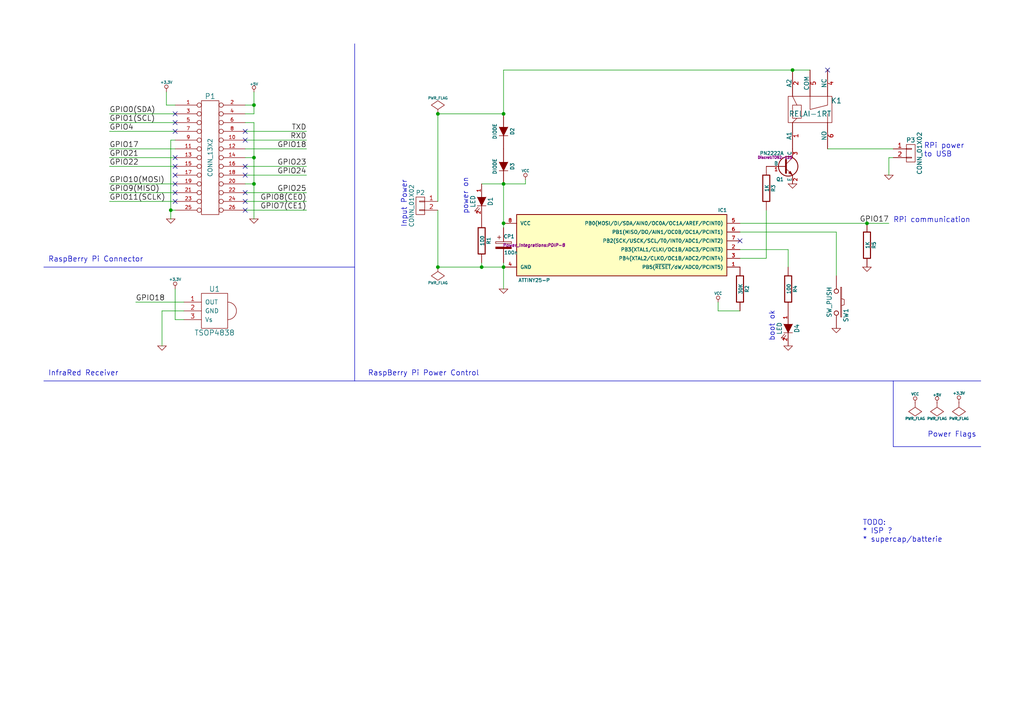
<source format=kicad_sch>
(kicad_sch (version 20230121) (generator eeschema)
  (paper "A4")
  (title_block (date "15 nov 2012"))
  (lib_symbols
    (symbol "RPiPS-rescue:+3.3V" (power) (pin_names (offset 0))
      (property "Value" "+3.3V" (at 0 2.794 0))
      (symbol "+3.3V_0_0"
        (pin power_in line (at 0 0 90) (length 0) hide (name "+3.3V") (number "1"))
      )
      (symbol "+3.3V_0_1"
        (polyline (pts (xy 0 0) (xy 0 1.016) (xy 0 1.016)))
        (circle (center 0 1.524) (radius 0.508))
      )
    )
    (symbol "RPiPS-rescue:+5V" (power) (pin_names (offset 1.016))
      (property "Value" "+5V" (at 0 2.286 0))
      (symbol "+5V_0_0"
        (pin power_in line (at 0 0 90) (length 0) hide (name "+5V") (number "1"))
      )
      (symbol "+5V_0_1"
        (polyline (pts (xy 0 0) (xy 0 0.762) (xy 0 0.762) (xy 0 0.762)))
        (circle (center 0 1.27) (radius 0.508))
      )
    )
    (symbol "RPiPS-rescue:ATTINY25-P" (pin_names (offset 1.016))
      (property "Reference" "IC" (at -29.21 10.16 0))
      (property "Value" "ATTINY25-P" (at 25.4 -10.16 0))
      (property "Footprint" "DIP8" (at 25.4 0 0))
      (symbol "ATTINY25-P_0_1"
        (rectangle (start -30.48 8.89) (end 30.48 -8.89) (stroke (width 0.254)) (fill (type background)))
      )
      (symbol "ATTINY25-P_1_1"
        (pin bidirectional line (at -34.29 -6.35 0) (length 3.81) (name "PB5(~{RESET}/dW/ADC0/PCINT5)") (number "1"))
        (pin bidirectional line (at -34.29 -1.27 0) (length 3.81) (name "PB3(XTAL1/CLKI/OC1B/ADC3/PCINT3)") (number "2"))
        (pin bidirectional line (at -34.29 -3.81 0) (length 3.81) (name "PB4(XTAL2/CLKO/OC1B/ADC2/PCINT4)") (number "3"))
        (pin power_in line (at 34.29 -6.35 180) (length 3.81) (name "GND") (number "4"))
        (pin bidirectional line (at -34.29 6.35 0) (length 3.81) (name "PB0(MOSI/DI/SDA/AIN0/OC0A/OC1A/AREF/PCINT0)") (number "5"))
        (pin bidirectional line (at -34.29 3.81 0) (length 3.81) (name "PB1(MISO/DO/AIN1/OC0B/OC1A/PCINT1)") (number "6"))
        (pin bidirectional line (at -34.29 1.27 0) (length 3.81) (name "PB2(SCK/USCK/SCL/T0/INT0/ADC1/PCINT2)") (number "7"))
        (pin power_in line (at 34.29 6.35 180) (length 3.81) (name "VCC") (number "8"))
      )
    )
    (symbol "RPiPS-rescue:CONN_01X02" (pin_names (offset 1.016) hide)
      (property "Reference" "P" (at 0 3.81 0))
      (property "Value" "CONN_01X02" (at 2.54 0 90))
      (symbol "CONN_01X02_0_1"
        (rectangle (start -1.27 -1.143) (end 0.254 -1.397))
        (rectangle (start -1.27 1.397) (end 0.254 1.143))
        (rectangle (start -1.27 2.54) (end 1.27 -2.54))
      )
      (symbol "CONN_01X02_1_1"
        (pin passive line (at -5.08 1.27 0) (length 3.81) (name "P1") (number "1"))
        (pin passive line (at -5.08 -1.27 0) (length 3.81) (name "P2") (number "2"))
      )
    )
    (symbol "RPiPS-rescue:CONN_13X2" (pin_names (offset 0.254) hide)
      (property "Reference" "P" (at 0 17.78 0))
      (property "Value" "CONN_13X2" (at 0 0 90))
      (symbol "CONN_13X2_0_1"
        (rectangle (start -2.54 16.51) (end 2.54 -16.51))
      )
      (symbol "CONN_13X2_1_1"
        (pin passive inverted (at -10.16 15.24 0) (length 7.62) (name "P1") (number "1"))
        (pin passive inverted (at 10.16 5.08 180) (length 7.62) (name "P10") (number "10"))
        (pin passive inverted (at -10.16 2.54 0) (length 7.62) (name "P11") (number "11"))
        (pin passive inverted (at 10.16 2.54 180) (length 7.62) (name "P12") (number "12"))
        (pin passive inverted (at -10.16 0 0) (length 7.62) (name "P13") (number "13"))
        (pin passive inverted (at 10.16 0 180) (length 7.62) (name "P14") (number "14"))
        (pin passive inverted (at -10.16 -2.54 0) (length 7.62) (name "P15") (number "15"))
        (pin passive inverted (at 10.16 -2.54 180) (length 7.62) (name "P16") (number "16"))
        (pin passive inverted (at -10.16 -5.08 0) (length 7.62) (name "P17") (number "17"))
        (pin passive inverted (at 10.16 -5.08 180) (length 7.62) (name "P18") (number "18"))
        (pin passive inverted (at -10.16 -7.62 0) (length 7.62) (name "P19") (number "19"))
        (pin passive inverted (at 10.16 15.24 180) (length 7.62) (name "P2") (number "2"))
        (pin passive inverted (at 10.16 -7.62 180) (length 7.62) (name "P20") (number "20"))
        (pin passive inverted (at -10.16 -10.16 0) (length 7.62) (name "P21") (number "21"))
        (pin passive inverted (at 10.16 -10.16 180) (length 7.62) (name "P22") (number "22"))
        (pin passive inverted (at -10.16 -12.7 0) (length 7.62) (name "P23") (number "23"))
        (pin passive inverted (at 10.16 -12.7 180) (length 7.62) (name "P20") (number "24"))
        (pin passive inverted (at -10.16 -15.24 0) (length 7.62) (name "P24") (number "25"))
        (pin passive inverted (at 10.16 -15.24 180) (length 7.62) (name "P22") (number "26"))
        (pin passive inverted (at -10.16 12.7 0) (length 7.62) (name "P3") (number "3"))
        (pin passive inverted (at 10.16 12.7 180) (length 7.62) (name "P4") (number "4"))
        (pin passive inverted (at -10.16 10.16 0) (length 7.62) (name "P5") (number "5"))
        (pin passive inverted (at 10.16 10.16 180) (length 7.62) (name "P6") (number "6"))
        (pin passive inverted (at -10.16 7.62 0) (length 7.62) (name "P7") (number "7"))
        (pin passive inverted (at 10.16 7.62 180) (length 7.62) (name "P8") (number "8"))
        (pin passive inverted (at -10.16 5.08 0) (length 7.62) (name "P9") (number "9"))
      )
    )
    (symbol "RPiPS-rescue:CP2" (pin_numbers hide) (pin_names (offset 0.254))
      (property "Reference" "C" (at 0 2.54 0))
      (property "Value" "CP2" (at 0.1524 -2.159 0))
      (symbol "CP2_0_1"
        (rectangle (start -2.286 0.508) (end -2.286 1.016))
        (rectangle (start -2.286 0.508) (end 2.286 0.508))
        (rectangle (start -1.778 2.286) (end -0.762 2.286))
        (rectangle (start -1.27 1.778) (end -1.27 2.794))
        (rectangle (start 2.286 -0.508) (end -2.286 -1.016) (fill (type outline)))
        (rectangle (start 2.286 1.016) (end -2.286 1.016))
        (rectangle (start 2.286 1.016) (end 2.286 0.508))
      )
      (symbol "CP2_1_1"
        (pin passive line (at 0 5.08 270) (length 4.064) (name "~") (number "1"))
        (pin passive line (at 0 -5.08 90) (length 4.064) (name "~") (number "2"))
      )
    )
    (symbol "RPiPS-rescue:DIODE" (pin_numbers hide) (pin_names (offset 1.016) hide)
      (property "Reference" "D" (at 0 2.54 0))
      (property "Value" "DIODE" (at 0 -2.54 0))
      (symbol "DIODE_0_1"
        (polyline (pts (xy 1.27 1.27) (xy 1.27 -1.27)) (stroke (width 0.1524)))
        (polyline (pts (xy -1.27 1.27) (xy 1.27 0) (xy -1.27 -1.27)) (fill (type outline)))
      )
      (symbol "DIODE_1_1"
        (pin passive line (at -5.08 0 0) (length 3.81) (name "A") (number "1"))
        (pin passive line (at 5.08 0 180) (length 3.81) (name "K") (number "2"))
      )
    )
    (symbol "RPiPS-rescue:GND" (power) (pin_names (offset 0))
      (symbol "GND_0_1"
        (polyline (pts (xy -1.27 0) (xy 0 -1.27) (xy 1.27 0) (xy -1.27 0)))
      )
      (symbol "GND_1_1"
        (pin power_in line (at 0 0 90) (length 0) hide (name "GND") (number "1"))
      )
    )
    (symbol "RPiPS-rescue:LED" (pin_names (offset 1.016) hide)
      (property "Reference" "D" (at 0 2.54 0))
      (property "Value" "LED" (at 0 -2.54 0))
      (symbol "LED_0_1"
        (polyline (pts (xy 1.27 1.27) (xy 1.27 -1.27)))
        (polyline (pts (xy -1.27 1.27) (xy 1.27 0) (xy -1.27 -1.27)) (fill (type outline)))
        (polyline (pts (xy 1.651 -1.016) (xy 2.794 -2.032) (xy 2.667 -1.397)))
        (polyline (pts (xy 2.032 -0.635) (xy 3.175 -1.651) (xy 3.048 -1.016)))
      )
      (symbol "LED_1_1"
        (pin passive line (at -5.08 0 0) (length 3.81) (name "A") (number "1"))
        (pin passive line (at 5.08 0 180) (length 3.81) (name "K") (number "2"))
      )
    )
    (symbol "RPiPS-rescue:PN2222A" (pin_names (offset 0))
      (property "Reference" "Q" (at 0 -3.7592 0))
      (property "Value" "PN2222A" (at 0 3.81 0))
      (property "Footprint" "TO92" (at -2.54 2.5908 0))
      (symbol "PN2222A_0_1"
        (polyline (pts (xy 2.54 -2.54) (xy 0.635 -0.635)))
        (polyline (pts (xy 2.54 2.54) (xy 0.635 0.635)))
        (polyline (pts (xy 0.635 1.905) (xy 0.635 -1.905) (xy 0.635 -1.905)) (stroke (width 0.508)))
        (polyline (pts (xy 2.413 -2.413) (xy 1.905 -1.905) (xy 1.905 -1.905)))
        (polyline (pts (xy 1.397 -1.905) (xy 1.905 -1.397) (xy 2.413 -2.413) (xy 1.397 -1.905) (xy 1.397 -1.905)) (fill (type outline)))
        (circle (center 1.27 0) (radius 2.8194) (stroke (width 0.254)))
      )
      (symbol "PN2222A_1_1"
        (pin input line (at -5.08 0 0) (length 5.715) (name "B") (number "1"))
        (pin passive line (at 2.54 -5.08 90) (length 2.54) (name "E") (number "2"))
        (pin passive line (at 2.54 5.08 270) (length 2.54) (name "C") (number "3"))
      )
    )
    (symbol "RPiPS-rescue:PWR_FLAG" (power) (pin_numbers hide) (pin_names (offset 0) hide)
      (property "Value" "PWR_FLAG" (at 0 4.572 0))
      (symbol "PWR_FLAG_0_0"
        (pin power_out line (at 0 0 90) (length 0) (name "pwr") (number "1"))
      )
      (symbol "PWR_FLAG_0_1"
        (polyline (pts (xy 0 0) (xy 0 1.27) (xy -1.905 2.54) (xy 0 3.81) (xy 1.905 2.54) (xy 0 1.27)))
      )
    )
    (symbol "RPiPS-rescue:R" (pin_numbers hide) (pin_names (offset 0))
      (property "Reference" "R" (at 2.032 0 90))
      (property "Value" "R" (at 0.1778 0.0254 90))
      (symbol "R_0_1"
        (rectangle (start -1.016 3.81) (end 1.016 -3.81) (stroke (width 0.3048)))
      )
      (symbol "R_1_1"
        (pin passive line (at 0 6.35 270) (length 2.54) (name "~") (number "1"))
        (pin passive line (at 0 -6.35 90) (length 2.54) (name "~") (number "2"))
      )
    )
    (symbol "RPiPS-rescue:SW_PUSH" (pin_numbers hide) (pin_names (offset 1.016) hide)
      (property "Reference" "SW" (at 3.81 2.794 0))
      (property "Value" "SW_PUSH" (at 0 -2.032 0))
      (symbol "SW_PUSH_0_1"
        (rectangle (start -4.318 1.27) (end 4.318 1.524))
        (polyline (pts (xy -1.016 1.524) (xy -0.762 2.286) (xy 0.762 2.286) (xy 1.016 1.524)))
        (pin passive inverted (at -7.62 0 0) (length 5.08) (name "1") (number "1"))
        (pin passive inverted (at 7.62 0 180) (length 5.08) (name "2") (number "2"))
      )
    )
    (symbol "RPiPS-rescue:VCC" (power) (pin_names (offset 0))
      (property "Value" "VCC" (at 0 2.54 0))
      (symbol "VCC_0_0"
        (pin power_in line (at 0 0 90) (length 0) hide (name "VCC") (number "1"))
      )
      (symbol "VCC_0_1"
        (polyline (pts (xy 0 0) (xy 0 0.762) (xy 0 0.762)))
        (circle (center 0 1.27) (radius 0.508))
      )
    )
    (symbol "relai-1rt:RELAI-1RT" (pin_names (offset 0))
      (property "Reference" "K" (at 7.62 -2.54 0))
      (property "Value" "RELAI-1RT" (at 0 1.27 0))
      (symbol "RELAI-1RT_0_1"
        (rectangle (start -6.35 3.81) (end 6.35 -3.81))
        (rectangle (start -5.08 -1.27) (end -2.54 2.54))
        (polyline (pts (xy -5.08 3.81) (xy -3.81 2.54)))
        (polyline (pts (xy -3.81 -1.27) (xy -5.08 -3.81)))
        (polyline (pts (xy 5.08 3.81) (xy 5.08 1.27)))
        (polyline (pts (xy 0 -3.81) (xy 0 0) (xy 5.08 -1.27) (xy 5.08 -3.81)))
      )
      (symbol "RELAI-1RT_1_1"
        (pin passive line (at -5.08 11.43 270) (length 7.62) (name "A1") (number "1"))
        (pin passive line (at -5.08 -11.43 90) (length 7.62) (name "A2") (number "2"))
        (pin passive line (at 5.08 -11.43 90) (length 7.62) (name "NC") (number "4"))
        (pin passive line (at 0 -11.43 90) (length 7.62) (name "COM") (number "5"))
        (pin passive line (at 5.08 11.43 270) (length 7.62) (name "NO") (number "6"))
      )
    )
    (symbol "tsop4838:TSOP4838" (pin_names (offset 1.016))
      (property "Reference" "U" (at 3.81 6.35 0))
      (property "Value" "TSOP4838" (at 3.81 -6.35 0))
      (symbol "TSOP4838_0_1"
        (rectangle (start 0 5.08) (end 7.62 -5.08))
        (arc (start 7.62 -2.54) (mid 10.149 0) (end 7.62 2.54))
      )
      (symbol "TSOP4838_1_1"
        (pin output line (at -5.08 2.54 0) (length 5.08) (name "OUT") (number "1"))
        (pin power_in line (at -5.08 0 0) (length 5.08) (name "GND") (number "2"))
        (pin power_in line (at -5.08 -2.54 0) (length 5.08) (name "Vs") (number "3"))
      )
    )
  )
  (junction (at 73.66 30.48))
  (junction (at 49.53 60.96))
  (junction (at 251.46 64.77))
  (junction (at 146.05 77.47))
  (junction (at 146.05 53.34))
  (junction (at 146.05 33.02))
  (junction (at 127 33.02))
  (junction (at 229.87 20.32))
  (junction (at 146.05 64.77))
  (junction (at 73.66 53.34))
  (junction (at 127 77.47))
  (junction (at 73.66 45.72))
  (junction (at 139.7 77.47))
  (no_connect (at 50.8 55.88))
  (no_connect (at 71.12 60.96))
  (no_connect (at 50.8 58.42))
  (no_connect (at 50.8 50.8))
  (no_connect (at 71.12 40.64))
  (no_connect (at 50.8 33.02))
  (no_connect (at 71.12 48.26))
  (no_connect (at 71.12 55.88))
  (no_connect (at 71.12 58.42))
  (no_connect (at 50.8 45.72))
  (no_connect (at 50.8 35.56))
  (no_connect (at 50.8 53.34))
  (no_connect (at 50.8 38.1))
  (no_connect (at 214.63 69.85))
  (no_connect (at 50.8 48.26))
  (no_connect (at 71.12 50.8))
  (no_connect (at 71.12 38.1))
  (no_connect (at 240.03 20.32))
  (wire (pts (xy 222.25 74.93) (xy 222.25 60.96)))
  (wire (pts (xy 46.99 90.17) (xy 46.99 100.33)))
  (wire (pts (xy 48.26 30.48) (xy 50.8 30.48)))
  (wire (pts (xy 242.57 80.01) (xy 242.57 67.31)))
  (wire (pts (xy 251.46 64.77) (xy 257.81 64.77)))
  (wire (pts (xy 127 77.47) (xy 139.7 77.47)))
  (wire (pts (xy 214.63 64.77) (xy 251.46 64.77)))
  (wire (pts (xy 50.8 92.71) (xy 50.8 83.82)))
  (wire (pts (xy 73.66 33.02) (xy 71.12 33.02)))
  (wire (pts (xy 73.66 35.56) (xy 71.12 35.56)))
  (wire (pts (xy 73.66 26.67) (xy 73.66 30.48)))
  (wire (pts (xy 257.81 45.72) (xy 257.81 50.8)))
  (polyline (pts (xy 259.08 129.54) (xy 259.08 110.49)))
  (wire (pts (xy 127 60.96) (xy 127 77.47)))
  (wire (pts (xy 50.8 40.64) (xy 49.53 40.64)))
  (wire (pts (xy 228.6 77.47) (xy 228.6 72.39)))
  (wire (pts (xy 73.66 45.72) (xy 73.66 35.56)))
  (wire (pts (xy 71.12 60.96) (xy 88.9 60.96)))
  (wire (pts (xy 50.8 58.42) (xy 31.75 58.42)))
  (wire (pts (xy 242.57 67.31) (xy 214.63 67.31)))
  (wire (pts (xy 53.34 92.71) (xy 50.8 92.71)))
  (wire (pts (xy 71.12 55.88) (xy 88.9 55.88)))
  (wire (pts (xy 146.05 76.2) (xy 146.05 77.47)))
  (wire (pts (xy 50.8 48.26) (xy 31.75 48.26)))
  (polyline (pts (xy 102.87 77.47) (xy 12.7 77.47)))
  (wire (pts (xy 71.12 50.8) (xy 88.9 50.8)))
  (wire (pts (xy 127 33.02) (xy 127 58.42)))
  (wire (pts (xy 50.8 53.34) (xy 31.75 53.34)))
  (wire (pts (xy 139.7 77.47) (xy 146.05 77.47)))
  (wire (pts (xy 214.63 90.17) (xy 208.28 90.17)))
  (wire (pts (xy 71.12 40.64) (xy 88.9 40.64)))
  (wire (pts (xy 152.4 53.34) (xy 152.4 52.07)))
  (wire (pts (xy 71.12 38.1) (xy 88.9 38.1)))
  (wire (pts (xy 73.66 53.34) (xy 73.66 45.72)))
  (wire (pts (xy 71.12 48.26) (xy 88.9 48.26)))
  (wire (pts (xy 53.34 87.63) (xy 39.37 87.63)))
  (wire (pts (xy 73.66 63.5) (xy 73.66 53.34)))
  (polyline (pts (xy 102.87 12.7) (xy 102.87 110.49)))
  (wire (pts (xy 73.66 30.48) (xy 71.12 30.48)))
  (wire (pts (xy 50.8 55.88) (xy 31.75 55.88)))
  (wire (pts (xy 50.8 35.56) (xy 31.75 35.56)))
  (wire (pts (xy 139.7 76.2) (xy 139.7 77.47)))
  (wire (pts (xy 240.03 43.18) (xy 259.08 43.18)))
  (wire (pts (xy 71.12 43.18) (xy 88.9 43.18)))
  (wire (pts (xy 48.26 26.67) (xy 48.26 30.48)))
  (wire (pts (xy 50.8 38.1) (xy 31.75 38.1)))
  (wire (pts (xy 146.05 33.02) (xy 127 33.02)))
  (polyline (pts (xy 12.7 110.49) (xy 284.48 110.49)))
  (wire (pts (xy 146.05 64.77) (xy 146.05 66.04)))
  (wire (pts (xy 49.53 60.96) (xy 49.53 63.5)))
  (polyline (pts (xy 284.48 129.54) (xy 259.08 129.54)))
  (wire (pts (xy 50.8 60.96) (xy 49.53 60.96)))
  (wire (pts (xy 214.63 74.93) (xy 222.25 74.93)))
  (wire (pts (xy 146.05 77.47) (xy 146.05 83.82)))
  (wire (pts (xy 146.05 20.32) (xy 229.87 20.32)))
  (wire (pts (xy 53.34 90.17) (xy 46.99 90.17)))
  (wire (pts (xy 146.05 20.32) (xy 146.05 33.02)))
  (wire (pts (xy 50.8 33.02) (xy 31.75 33.02)))
  (wire (pts (xy 146.05 53.34) (xy 146.05 64.77)))
  (wire (pts (xy 49.53 40.64) (xy 49.53 60.96)))
  (wire (pts (xy 50.8 45.72) (xy 31.75 45.72)))
  (wire (pts (xy 208.28 90.17) (xy 208.28 87.63)))
  (wire (pts (xy 139.7 53.34) (xy 146.05 53.34)))
  (wire (pts (xy 73.66 30.48) (xy 73.66 33.02)))
  (wire (pts (xy 229.87 20.32) (xy 234.95 20.32)))
  (wire (pts (xy 146.05 53.34) (xy 152.4 53.34)))
  (wire (pts (xy 71.12 58.42) (xy 88.9 58.42)))
  (wire (pts (xy 71.12 45.72) (xy 73.66 45.72)))
  (wire (pts (xy 50.8 43.18) (xy 31.75 43.18)))
  (wire (pts (xy 71.12 53.34) (xy 73.66 53.34)))
  (wire (pts (xy 259.08 45.72) (xy 257.81 45.72)))
  (wire (pts (xy 228.6 72.39) (xy 214.63 72.39)))
  (text "RaspBerry Pi Power Control" (at 106.68 109.22 0) (effects (font (size 1.524 1.524)) (justify left bottom)))
  (text "Power Flags" (at 283.21 127 0) (effects (font (size 1.524 1.524)) (justify right bottom)))
  (text "RaspBerry Pi Connector" (at 13.97 76.2 0) (effects (font (size 1.524 1.524)) (justify left bottom)))
  (text "power on" (at 135.89 62.23 90) (effects (font (size 1.524 1.524)) (justify left bottom)))
  (text "TODO:\n* ISP ?\n* supercap/batterie" (at 250.19 157.48 0) (effects (font (size 1.524 1.524)) (justify left bottom)))
  (text "Input Power" (at 118.11 66.04 90) (effects (font (size 1.524 1.524)) (justify left bottom)))
  (text "RPi communication" (at 259.08 64.77 0) (effects (font (size 1.524 1.524)) (justify left bottom)))
  (text "boot ok" (at 224.79 99.06 90) (effects (font (size 1.524 1.524)) (justify left bottom)))
  (text "InfraRed Receiver" (at 13.97 109.22 0) (effects (font (size 1.524 1.524)) (justify left bottom)))
  (text "RPi power\nto USB" (at 267.97 45.72 0) (effects (font (size 1.524 1.524)) (justify left bottom)))
  (label "GPIO25" (at 88.9 55.88 180) (effects (font (size 1.524 1.524))))
  (label "GPIO8(CE0)" (at 88.9 58.42 180) (effects (font (size 1.524 1.524))))
  (label "GPIO11(SCLK)" (at 31.75 58.42 0) (effects (font (size 1.524 1.524))))
  (label "TXD" (at 88.9 38.1 180) (effects (font (size 1.524 1.524))))
  (label "GPIO21" (at 31.75 45.72 0) (effects (font (size 1.524 1.524))))
  (label "GPIO0(SDA)" (at 31.75 33.02 0) (effects (font (size 1.524 1.524))))
  (label "RXD" (at 88.9 40.64 180) (effects (font (size 1.524 1.524))))
  (label "GPIO22" (at 31.75 48.26 0) (effects (font (size 1.524 1.524))))
  (label "GPIO18" (at 39.37 87.63 0) (effects (font (size 1.524 1.524))))
  (label "GPIO1(SCL)" (at 31.75 35.56 0) (effects (font (size 1.524 1.524))))
  (label "GPIO24" (at 88.9 50.8 180) (effects (font (size 1.524 1.524))))
  (label "GPIO23" (at 88.9 48.26 180) (effects (font (size 1.524 1.524))))
  (label "GPIO7(CE1)" (at 88.9 60.96 180) (effects (font (size 1.524 1.524))))
  (label "GPIO9(MISO)" (at 31.75 55.88 0) (effects (font (size 1.524 1.524))))
  (label "GPIO17" (at 257.81 64.77 180) (effects (font (size 1.524 1.524))))
  (label "GPIO18" (at 88.9 43.18 180) (effects (font (size 1.524 1.524))))
  (label "GPIO17" (at 31.75 43.18 0) (effects (font (size 1.524 1.524))))
  (label "GPIO10(MOSI)" (at 31.75 53.34 0) (effects (font (size 1.524 1.524))))
  (label "GPIO4" (at 31.75 38.1 0) (effects (font (size 1.524 1.524))))
  (symbol (lib_id "RPiPS-rescue:CONN_13X2") (at 60.96 45.72 0) (unit 1)
    (property "Reference" "P1" (at 60.96 27.94 0) (effects (font (size 1.524 1.524))))
    (property "Value" "CONN_13X2" (at 60.96 45.72 90))
    (property "Footprint" "Pin_Arrays:pin_array_2x13" (effects hide))
  )
  (symbol (lib_id "RPiPS-rescue:+3.3V") (at 48.26 26.67 0) (unit 1)
    (property "Reference" "#PWR01" (effects hide))
    (property "Value" "+3.3V" (at 48.26 23.876 0) (effects (font (size 0.762 0.762))))
  )
  (symbol (lib_id "RPiPS-rescue:+5V") (at 73.66 26.67 0) (unit 1)
    (property "Reference" "#PWR02" (effects hide))
    (property "Value" "+5V" (at 73.66 24.384 0) (effects (font (size 0.762 0.762))))
  )
  (symbol (lib_id "RPiPS-rescue:GND") (at 73.66 63.5 0) (unit 1)
    (property "Reference" "#PWR03" (effects hide))
    (property "Value" "GND" (effects hide))
  )
  (symbol (lib_id "RPiPS-rescue:ATTINY25-P") (at 180.34 71.12 0) (mirror y) (unit 1)
    (property "Reference" "IC1" (at 209.55 60.96 0) (effects (font (size 1.016 1.016))))
    (property "Value" "ATTINY25-P" (at 154.94 81.28 0) (effects (font (size 1.016 1.016))))
    (property "Footprint" "Power_Integrations:PDIP-8" (at 154.94 71.12 0) (effects (font (size 0.889 0.889) italic)))
  )
  (symbol (lib_id "RPiPS-rescue:DIODE") (at 146.05 48.26 270) (unit 1)
    (property "Reference" "D3" (at 148.59 48.26 0) (effects (font (size 1.016 1.016))))
    (property "Value" "DIODE" (at 143.51 48.26 0) (effects (font (size 1.016 1.016))))
    (property "Footprint" "Diodes_ThroughHole:Diode_DO-35_SOD27_Horizontal_RM10" (effects hide))
  )
  (symbol (lib_id "RPiPS-rescue:DIODE") (at 146.05 38.1 270) (unit 1)
    (property "Reference" "D2" (at 148.59 38.1 0) (effects (font (size 1.016 1.016))))
    (property "Value" "DIODE" (at 143.51 38.1 0) (effects (font (size 1.016 1.016))))
    (property "Footprint" "Diodes_ThroughHole:Diode_DO-35_SOD27_Horizontal_RM10" (effects hide))
  )
  (symbol (lib_id "RPiPS-rescue:CONN_01X02") (at 121.92 59.69 0) (mirror y) (unit 1)
    (property "Reference" "P2" (at 121.92 55.88 0))
    (property "Value" "CONN_01X02" (at 119.38 59.69 90))
    (property "Footprint" "Connect:bornier2" (effects hide))
  )
  (symbol (lib_id "RPiPS-rescue:LED") (at 139.7 58.42 270) (unit 1)
    (property "Reference" "D1" (at 142.24 58.42 0))
    (property "Value" "LED" (at 137.16 58.42 0))
    (property "Footprint" "LEDs:LED-5MM" (effects hide))
  )
  (symbol (lib_id "RPiPS-rescue:R") (at 139.7 69.85 0) (unit 1)
    (property "Reference" "R1" (at 141.732 69.85 90) (effects (font (size 1.016 1.016))))
    (property "Value" "100" (at 139.8778 69.8246 90) (effects (font (size 1.016 1.016))))
    (property "Footprint" "Resistors_ThroughHole:Resistor_Horizontal_RM10mm" (effects hide))
  )
  (symbol (lib_id "RPiPS-rescue:R") (at 222.25 54.61 0) (unit 1)
    (property "Reference" "R3" (at 224.282 54.61 90) (effects (font (size 1.016 1.016))))
    (property "Value" "1K" (at 222.4278 54.5846 90) (effects (font (size 1.016 1.016))))
    (property "Footprint" "Resistors_ThroughHole:Resistor_Horizontal_RM10mm" (effects hide))
  )
  (symbol (lib_id "RPiPS-rescue:R") (at 214.63 83.82 0) (unit 1)
    (property "Reference" "R2" (at 216.662 83.82 90) (effects (font (size 1.016 1.016))))
    (property "Value" "30K" (at 214.8078 83.7946 90) (effects (font (size 1.016 1.016))))
    (property "Footprint" "Resistors_ThroughHole:Resistor_Horizontal_RM10mm" (effects hide))
  )
  (symbol (lib_id "RPiPS-rescue:VCC") (at 208.28 87.63 0) (unit 1)
    (property "Reference" "#PWR04" (effects hide))
    (property "Value" "VCC" (at 208.28 85.09 0) (effects (font (size 0.762 0.762))))
  )
  (symbol (lib_id "RPiPS-rescue:VCC") (at 152.4 52.07 0) (unit 1)
    (property "Reference" "#PWR05" (effects hide))
    (property "Value" "VCC" (at 152.4 49.53 0) (effects (font (size 0.762 0.762))))
  )
  (symbol (lib_id "RPiPS-rescue:R") (at 228.6 83.82 0) (unit 1)
    (property "Reference" "R4" (at 230.632 83.82 90) (effects (font (size 1.016 1.016))))
    (property "Value" "100" (at 228.7778 83.7946 90) (effects (font (size 1.016 1.016))))
    (property "Footprint" "Resistors_ThroughHole:Resistor_Horizontal_RM10mm" (effects hide))
  )
  (symbol (lib_id "RPiPS-rescue:LED") (at 228.6 95.25 270) (unit 1)
    (property "Reference" "D4" (at 231.14 95.25 0))
    (property "Value" "LED" (at 226.06 95.25 0))
    (property "Footprint" "LEDs:LED-5MM" (effects hide))
  )
  (symbol (lib_id "RPiPS-rescue:SW_PUSH") (at 242.57 87.63 270) (unit 1)
    (property "Reference" "SW1" (at 245.364 91.44 0))
    (property "Value" "SW_PUSH" (at 240.538 87.63 0))
    (property "Footprint" "Discret:SW_PUSH" (effects hide))
  )
  (symbol (lib_id "RPiPS-rescue:GND") (at 228.6 100.33 0) (unit 1)
    (property "Reference" "#PWR06" (effects hide))
    (property "Value" "GND" (effects hide))
  )
  (symbol (lib_id "RPiPS-rescue:GND") (at 242.57 95.25 0) (unit 1)
    (property "Reference" "#PWR07" (effects hide))
    (property "Value" "GND" (effects hide))
  )
  (symbol (lib_id "RPiPS-rescue:GND") (at 146.05 83.82 0) (unit 1)
    (property "Reference" "#PWR08" (effects hide))
    (property "Value" "GND" (effects hide))
  )
  (symbol (lib_id "relai-1rt:RELAI-1RT") (at 234.95 31.75 0) (mirror x) (unit 1)
    (property "Reference" "K1" (at 242.57 29.21 0) (effects (font (size 1.524 1.524))))
    (property "Value" "RELAI-1RT" (at 234.95 33.02 0) (effects (font (size 1.524 1.524))))
    (property "Footprint" "relay:Relay_V23040" (effects hide))
  )
  (symbol (lib_id "RPiPS-rescue:GND") (at 229.87 53.34 0) (unit 1)
    (property "Reference" "#PWR09" (effects hide))
    (property "Value" "GND" (effects hide))
  )
  (symbol (lib_id "RPiPS-rescue:R") (at 251.46 71.12 0) (unit 1)
    (property "Reference" "R5" (at 253.492 71.12 90) (effects (font (size 1.016 1.016))))
    (property "Value" "1K" (at 251.6378 71.0946 90) (effects (font (size 1.016 1.016))))
    (property "Footprint" "Resistors_ThroughHole:Resistor_Horizontal_RM10mm" (effects hide))
  )
  (symbol (lib_id "RPiPS-rescue:GND") (at 251.46 77.47 0) (unit 1)
    (property "Reference" "#PWR010" (effects hide))
    (property "Value" "GND" (effects hide))
  )
  (symbol (lib_id "RPiPS-rescue:CP2") (at 146.05 71.12 0) (unit 1)
    (property "Reference" "CP1" (at 146.05 68.58 0) (effects (font (size 1.016 1.016)) (justify left)))
    (property "Value" "100n" (at 146.2024 73.279 0) (effects (font (size 1.016 1.016)) (justify left)))
    (property "Footprint" "Capacitors_Elko_ThroughHole:Elko_vert_DM5_RM2-5" (effects hide))
  )
  (symbol (lib_id "RPiPS-rescue:GND") (at 46.99 100.33 0) (unit 1)
    (property "Reference" "#PWR011" (effects hide))
    (property "Value" "GND" (effects hide))
  )
  (symbol (lib_id "RPiPS-rescue:+3.3V") (at 50.8 83.82 0) (unit 1)
    (property "Reference" "#PWR012" (effects hide))
    (property "Value" "+3.3V" (at 50.8 81.026 0) (effects (font (size 0.762 0.762))))
  )
  (symbol (lib_id "RPiPS-rescue:CONN_01X02") (at 264.16 44.45 0) (unit 1)
    (property "Reference" "P3" (at 264.16 40.64 0))
    (property "Value" "CONN_01X02" (at 266.7 44.45 90))
    (property "Footprint" "Connect:bornier2" (effects hide))
  )
  (symbol (lib_id "RPiPS-rescue:GND") (at 257.81 50.8 0) (unit 1)
    (property "Reference" "#PWR013" (effects hide))
    (property "Value" "GND" (effects hide))
  )
  (symbol (lib_id "RPiPS-rescue:PWR_FLAG") (at 127 33.02 0) (unit 1)
    (property "Reference" "#FLG014" (effects hide))
    (property "Value" "PWR_FLAG" (at 127 28.448 0) (effects (font (size 0.762 0.762))))
  )
  (symbol (lib_id "RPiPS-rescue:PWR_FLAG") (at 127 77.47 180) (unit 1)
    (property "Reference" "#FLG015" (effects hide))
    (property "Value" "PWR_FLAG" (at 127 82.042 0) (effects (font (size 0.762 0.762))))
  )
  (symbol (lib_id "tsop4838:TSOP4838") (at 58.42 90.17 0) (unit 1)
    (property "Reference" "U1" (at 62.23 83.82 0) (effects (font (size 1.524 1.524))))
    (property "Value" "TSOP4838" (at 62.23 96.52 0) (effects (font (size 1.524 1.524))))
    (property "Footprint" "IR:TSOP4838" (effects hide))
  )
  (symbol (lib_id "RPiPS-rescue:VCC") (at 265.43 116.84 0) (unit 1)
    (property "Reference" "#PWR016" (effects hide))
    (property "Value" "VCC" (at 265.43 114.3 0) (effects (font (size 0.762 0.762))))
  )
  (symbol (lib_id "RPiPS-rescue:PWR_FLAG") (at 265.43 116.84 180) (unit 1)
    (property "Reference" "#FLG017" (effects hide))
    (property "Value" "PWR_FLAG" (at 265.43 121.412 0) (effects (font (size 0.762 0.762))))
  )
  (symbol (lib_id "RPiPS-rescue:+5V") (at 271.78 116.84 0) (unit 1)
    (property "Reference" "#PWR018" (effects hide))
    (property "Value" "+5V" (at 271.78 114.554 0) (effects (font (size 0.762 0.762))))
  )
  (symbol (lib_id "RPiPS-rescue:PWR_FLAG") (at 271.78 116.84 180) (unit 1)
    (property "Reference" "#FLG019" (effects hide))
    (property "Value" "PWR_FLAG" (at 271.78 121.412 0) (effects (font (size 0.762 0.762))))
  )
  (symbol (lib_id "RPiPS-rescue:+3.3V") (at 278.13 116.84 0) (unit 1)
    (property "Reference" "#PWR020" (effects hide))
    (property "Value" "+3.3V" (at 278.13 114.046 0) (effects (font (size 0.762 0.762))))
  )
  (symbol (lib_id "RPiPS-rescue:PWR_FLAG") (at 278.13 116.84 180) (unit 1)
    (property "Reference" "#FLG021" (effects hide))
    (property "Value" "PWR_FLAG" (at 278.13 121.412 0) (effects (font (size 0.762 0.762))))
  )
  (symbol (lib_id "RPiPS-rescue:PN2222A") (at 227.33 48.26 0) (unit 1)
    (property "Reference" "Q1" (at 227.33 52.0192 0) (effects (font (size 1.016 1.016)) (justify right)))
    (property "Value" "PN2222A" (at 227.33 44.45 0) (effects (font (size 1.016 1.016)) (justify right)))
    (property "Footprint" "Discret:TO92-123" (at 224.79 45.6692 0) (effects (font (size 0.7366 0.7366))))
  )
  (symbol (lib_id "RPiPS-rescue:GND") (at 49.53 63.5 0) (unit 1)
    (property "Reference" "#PWR022" (effects hide))
    (property "Value" "GND" (effects hide))
  )
)
</source>
